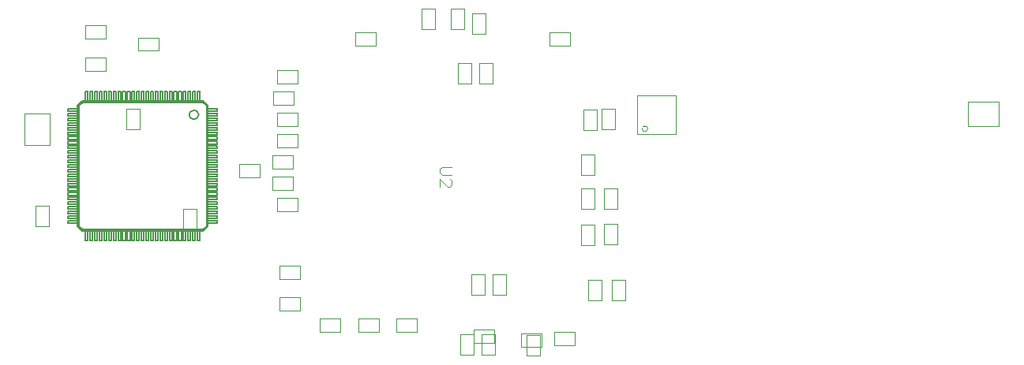
<source format=gbr>
G04 Layer_Color=16711935*
%FSLAX25Y25*%
%MOIN*%
%TF.FileFunction,Mechanical*%
%TF.Part,Single*%
G01*
G75*
%TA.AperFunction,NonConductor*%
%ADD38C,0.00500*%
%ADD62C,0.00394*%
%ADD63C,0.00300*%
D38*
X77756Y144917D02*
G03*
X77716Y144957I-39J-0D01*
G01*
X76732D02*
G03*
X76693Y144917I-0J-39D01*
G01*
X88996Y120803D02*
G03*
X89035Y120843I-0J39D01*
G01*
Y121827D02*
G03*
X88996Y121866I-39J0D01*
G01*
Y99150D02*
G03*
X89035Y99189I0J39D01*
G01*
Y100173D02*
G03*
X88996Y100213I-39J0D01*
G01*
X37323Y82004D02*
G03*
X37362Y81965I39J0D01*
G01*
X38346D02*
G03*
X38386Y82004I-0J39D01*
G01*
X49134D02*
G03*
X49173Y81965I39J-0D01*
G01*
X50157D02*
G03*
X50197Y82004I-0J39D01*
G01*
X70787D02*
G03*
X70827Y81965I39J0D01*
G01*
X71811D02*
G03*
X71850Y82004I0J39D01*
G01*
X26083Y106118D02*
G03*
X26043Y106079I0J-39D01*
G01*
Y105095D02*
G03*
X26083Y105055I39J0D01*
G01*
Y127772D02*
G03*
X26043Y127732I0J-39D01*
G01*
Y126748D02*
G03*
X26083Y126709I39J0D01*
G01*
X44291Y144917D02*
G03*
X44252Y144957I-39J0D01*
G01*
X43268D02*
G03*
X43228Y144917I-0J-39D01*
G01*
X65945D02*
G03*
X65905Y144957I-39J-0D01*
G01*
X64921D02*
G03*
X64882Y144917I-0J-39D01*
G01*
X88996Y132614D02*
G03*
X89035Y132654I-0J39D01*
G01*
Y133638D02*
G03*
X88996Y133677I-39J0D01*
G01*
Y110961D02*
G03*
X89035Y111000I-0J39D01*
G01*
Y111984D02*
G03*
X88996Y112024I-39J0D01*
G01*
Y89307D02*
G03*
X89035Y89346I-0J39D01*
G01*
Y90331D02*
G03*
X88996Y90370I-39J0D01*
G01*
X26083Y94307D02*
G03*
X26043Y94268I-0J-39D01*
G01*
Y93283D02*
G03*
X26083Y93244I39J0D01*
G01*
X60945Y82004D02*
G03*
X60984Y81965I39J0D01*
G01*
X61968D02*
G03*
X62008Y82004I0J39D01*
G01*
X26083Y115961D02*
G03*
X26043Y115921I0J-39D01*
G01*
Y114937D02*
G03*
X26083Y114898I39J0D01*
G01*
Y137614D02*
G03*
X26043Y137575I-0J-39D01*
G01*
Y136591D02*
G03*
X26083Y136551I39J0D01*
G01*
X54134Y144917D02*
G03*
X54094Y144957I-39J-0D01*
G01*
X53110D02*
G03*
X53071Y144917I0J-39D01*
G01*
X75787D02*
G03*
X75748Y144957I-39J-0D01*
G01*
X74764D02*
G03*
X74724Y144917I-0J-39D01*
G01*
X88996Y122772D02*
G03*
X89035Y122811I-0J39D01*
G01*
Y123795D02*
G03*
X88996Y123835I-39J0D01*
G01*
Y101118D02*
G03*
X89035Y101157I0J39D01*
G01*
Y102142D02*
G03*
X88996Y102181I-39J0D01*
G01*
X39291Y82004D02*
G03*
X39331Y81965I39J0D01*
G01*
X40315D02*
G03*
X40354Y82004I-0J39D01*
G01*
X51102D02*
G03*
X51142Y81965I39J-0D01*
G01*
X52126D02*
G03*
X52165Y82004I0J39D01*
G01*
X72756D02*
G03*
X72795Y81965I39J0D01*
G01*
X73779D02*
G03*
X73819Y82004I0J39D01*
G01*
X26083Y104150D02*
G03*
X26043Y104110I0J-39D01*
G01*
Y103126D02*
G03*
X26083Y103087I39J0D01*
G01*
Y125803D02*
G03*
X26043Y125764I0J-39D01*
G01*
Y124780D02*
G03*
X26083Y124740I39J0D01*
G01*
X42323Y144917D02*
G03*
X42283Y144957I-39J0D01*
G01*
X41299D02*
G03*
X41260Y144917I-0J-39D01*
G01*
X63976D02*
G03*
X63937Y144957I-39J-0D01*
G01*
X62953D02*
G03*
X62913Y144917I-0J-39D01*
G01*
X88996Y134583D02*
G03*
X89035Y134622I-0J39D01*
G01*
Y135606D02*
G03*
X88996Y135646I-39J0D01*
G01*
Y112929D02*
G03*
X89035Y112969I-0J39D01*
G01*
Y113953D02*
G03*
X88996Y113992I-39J0D01*
G01*
Y91276D02*
G03*
X89035Y91315I-0J39D01*
G01*
Y92299D02*
G03*
X88996Y92339I-39J0D01*
G01*
X26083D02*
G03*
X26043Y92299I-0J-39D01*
G01*
Y91315D02*
G03*
X26083Y91276I39J0D01*
G01*
X62913Y82004D02*
G03*
X62953Y81965I39J0D01*
G01*
X63937D02*
G03*
X63976Y82004I0J39D01*
G01*
X26083Y113992D02*
G03*
X26043Y113953I0J-39D01*
G01*
Y112969D02*
G03*
X26083Y112929I39J0D01*
G01*
Y135646D02*
G03*
X26043Y135606I-0J-39D01*
G01*
Y134622D02*
G03*
X26083Y134583I39J0D01*
G01*
X52165Y144917D02*
G03*
X52126Y144957I-39J-0D01*
G01*
X51142D02*
G03*
X51102Y144917I0J-39D01*
G01*
X73819D02*
G03*
X73779Y144957I-39J-0D01*
G01*
X72795D02*
G03*
X72756Y144917I-0J-39D01*
G01*
X88996Y124740D02*
G03*
X89035Y124780I-0J39D01*
G01*
Y125764D02*
G03*
X88996Y125803I-39J0D01*
G01*
Y103087D02*
G03*
X89035Y103126I0J39D01*
G01*
Y104110D02*
G03*
X88996Y104150I-39J0D01*
G01*
X41260Y82004D02*
G03*
X41299Y81965I39J0D01*
G01*
X42283D02*
G03*
X42323Y82004I-0J39D01*
G01*
X53071D02*
G03*
X53110Y81965I39J-0D01*
G01*
X54094D02*
G03*
X54134Y82004I0J39D01*
G01*
X74724D02*
G03*
X74764Y81965I39J0D01*
G01*
X75748D02*
G03*
X75787Y82004I0J39D01*
G01*
X26083Y102181D02*
G03*
X26043Y102142I0J-39D01*
G01*
Y101157D02*
G03*
X26083Y101118I39J0D01*
G01*
Y123835D02*
G03*
X26043Y123795I0J-39D01*
G01*
Y122811D02*
G03*
X26083Y122772I39J0D01*
G01*
X40354Y144917D02*
G03*
X40315Y144957I-39J0D01*
G01*
X39331D02*
G03*
X39291Y144917I-0J-39D01*
G01*
X62008D02*
G03*
X61968Y144957I-39J-0D01*
G01*
X60984D02*
G03*
X60945Y144917I-0J-39D01*
G01*
X88996Y136551D02*
G03*
X89035Y136591I-0J39D01*
G01*
Y137575D02*
G03*
X88996Y137614I-39J0D01*
G01*
Y114898D02*
G03*
X89035Y114937I-0J39D01*
G01*
Y115921D02*
G03*
X88996Y115961I-39J0D01*
G01*
Y93244D02*
G03*
X89035Y93283I-0J39D01*
G01*
Y94268D02*
G03*
X88996Y94307I-39J0D01*
G01*
X26083Y90370D02*
G03*
X26043Y90331I-0J-39D01*
G01*
Y89346D02*
G03*
X26083Y89307I39J0D01*
G01*
X64882Y82004D02*
G03*
X64921Y81965I39J0D01*
G01*
X65905D02*
G03*
X65945Y82004I0J39D01*
G01*
X26083Y112024D02*
G03*
X26043Y111984I0J-39D01*
G01*
Y111000D02*
G03*
X26083Y110961I39J0D01*
G01*
X56102Y144917D02*
G03*
X56063Y144957I-39J-0D01*
G01*
X55079D02*
G03*
X55039Y144917I0J-39D01*
G01*
X26083Y133677D02*
G03*
X26043Y133638I0J-39D01*
G01*
Y132654D02*
G03*
X26083Y132614I39J0D01*
G01*
X50197Y144917D02*
G03*
X50157Y144957I-39J0D01*
G01*
X49173D02*
G03*
X49134Y144917I0J-39D01*
G01*
X71850D02*
G03*
X71811Y144957I-39J-0D01*
G01*
X70827D02*
G03*
X70787Y144917I-0J-39D01*
G01*
X88996Y126709D02*
G03*
X89035Y126748I-0J39D01*
G01*
Y127732D02*
G03*
X88996Y127772I-39J0D01*
G01*
Y105055D02*
G03*
X89035Y105095I0J39D01*
G01*
Y106079D02*
G03*
X88996Y106118I-39J0D01*
G01*
X43228Y82004D02*
G03*
X43268Y81965I39J0D01*
G01*
X44252D02*
G03*
X44291Y82004I-0J39D01*
G01*
X55039D02*
G03*
X55079Y81965I39J-0D01*
G01*
X56063D02*
G03*
X56102Y82004I0J39D01*
G01*
X76693D02*
G03*
X76732Y81965I39J0D01*
G01*
X77716D02*
G03*
X77756Y82004I0J39D01*
G01*
X26083Y100213D02*
G03*
X26043Y100173I0J-39D01*
G01*
Y99189D02*
G03*
X26083Y99150I39J0D01*
G01*
Y121866D02*
G03*
X26043Y121827I0J-39D01*
G01*
Y120843D02*
G03*
X26083Y120803I39J0D01*
G01*
X38386Y144917D02*
G03*
X38346Y144957I-39J0D01*
G01*
X37362D02*
G03*
X37323Y144917I-0J-39D01*
G01*
X60039D02*
G03*
X60000Y144957I-39J-0D01*
G01*
X59016D02*
G03*
X58976Y144917I0J-39D01*
G01*
X81693D02*
G03*
X81653Y144957I-39J-0D01*
G01*
X80669D02*
G03*
X80630Y144917I-0J-39D01*
G01*
X88996Y116866D02*
G03*
X89035Y116906I-0J39D01*
G01*
Y117890D02*
G03*
X88996Y117929I-39J0D01*
G01*
Y95213D02*
G03*
X89035Y95252I0J39D01*
G01*
Y96236D02*
G03*
X88996Y96276I-39J0D01*
G01*
X33386Y82004D02*
G03*
X33425Y81965I39J0D01*
G01*
X34409D02*
G03*
X34449Y82004I0J39D01*
G01*
X66850D02*
G03*
X66890Y81965I39J0D01*
G01*
X67874D02*
G03*
X67913Y82004I0J39D01*
G01*
X26083Y110055D02*
G03*
X26043Y110016I0J-39D01*
G01*
Y109031D02*
G03*
X26083Y108992I39J0D01*
G01*
Y131709D02*
G03*
X26043Y131669I0J-39D01*
G01*
Y130685D02*
G03*
X26083Y130646I39J0D01*
G01*
X48228Y144917D02*
G03*
X48189Y144957I-39J0D01*
G01*
X47205D02*
G03*
X47165Y144917I0J-39D01*
G01*
X69882D02*
G03*
X69842Y144957I-39J-0D01*
G01*
X68858D02*
G03*
X68819Y144917I-0J-39D01*
G01*
X88996Y128677D02*
G03*
X89035Y128717I-0J39D01*
G01*
Y129701D02*
G03*
X88996Y129740I-39J0D01*
G01*
Y107024D02*
G03*
X89035Y107063I0J39D01*
G01*
Y108047D02*
G03*
X88996Y108087I-39J0D01*
G01*
X45197Y82004D02*
G03*
X45236Y81965I39J0D01*
G01*
X46220D02*
G03*
X46260Y82004I-0J39D01*
G01*
X78661D02*
G03*
X78701Y81965I39J0D01*
G01*
X79685D02*
G03*
X79724Y82004I0J39D01*
G01*
X26083Y98244D02*
G03*
X26043Y98205I-0J-39D01*
G01*
Y97220D02*
G03*
X26083Y97181I39J0D01*
G01*
X57008Y82004D02*
G03*
X57047Y81965I39J-0D01*
G01*
X58031D02*
G03*
X58071Y82004I0J39D01*
G01*
X26083Y119898D02*
G03*
X26043Y119858I0J-39D01*
G01*
Y118874D02*
G03*
X26083Y118835I39J0D01*
G01*
X36417Y144917D02*
G03*
X36378Y144957I-39J0D01*
G01*
X35394D02*
G03*
X35354Y144917I-0J-39D01*
G01*
X58071D02*
G03*
X58031Y144957I-39J-0D01*
G01*
X57047D02*
G03*
X57008Y144917I0J-39D01*
G01*
X79724D02*
G03*
X79685Y144957I-39J-0D01*
G01*
X78701D02*
G03*
X78661Y144917I-0J-39D01*
G01*
X88996Y118835D02*
G03*
X89035Y118874I-0J39D01*
G01*
Y119858D02*
G03*
X88996Y119898I-39J0D01*
G01*
Y97181D02*
G03*
X89035Y97220I0J39D01*
G01*
Y98205D02*
G03*
X88996Y98244I-39J0D01*
G01*
X35354Y82004D02*
G03*
X35394Y81965I39J0D01*
G01*
X36378D02*
G03*
X36417Y82004I-0J39D01*
G01*
X47165D02*
G03*
X47205Y81965I39J-0D01*
G01*
X48189D02*
G03*
X48228Y82004I-0J39D01*
G01*
X68819D02*
G03*
X68858Y81965I39J0D01*
G01*
X69842D02*
G03*
X69882Y82004I0J39D01*
G01*
X26083Y108087D02*
G03*
X26043Y108047I0J-39D01*
G01*
Y107063D02*
G03*
X26083Y107024I39J0D01*
G01*
Y129740D02*
G03*
X26043Y129701I0J-39D01*
G01*
Y128717D02*
G03*
X26083Y128677I39J0D01*
G01*
X46260Y144917D02*
G03*
X46220Y144957I-39J0D01*
G01*
X45236D02*
G03*
X45197Y144917I-0J-39D01*
G01*
X67913D02*
G03*
X67874Y144957I-39J-0D01*
G01*
X66890D02*
G03*
X66850Y144917I-0J-39D01*
G01*
X88996Y130646D02*
G03*
X89035Y130685I-0J39D01*
G01*
Y131669D02*
G03*
X88996Y131709I-39J0D01*
G01*
Y108992D02*
G03*
X89035Y109031I0J39D01*
G01*
Y110016D02*
G03*
X88996Y110055I-39J0D01*
G01*
X80630Y82004D02*
G03*
X80669Y81965I39J0D01*
G01*
X81653D02*
G03*
X81693Y82004I0J39D01*
G01*
X26083Y96276D02*
G03*
X26043Y96236I-0J-39D01*
G01*
Y95252D02*
G03*
X26083Y95213I39J0D01*
G01*
X58976Y82004D02*
G03*
X59016Y81965I39J-0D01*
G01*
X60000D02*
G03*
X60039Y82004I0J39D01*
G01*
X26083Y117929D02*
G03*
X26043Y117890I0J-39D01*
G01*
Y116906D02*
G03*
X26083Y116866I39J0D01*
G01*
X34449Y144917D02*
G03*
X34409Y144957I-39J-0D01*
G01*
X33425D02*
G03*
X33386Y144917I-0J-39D01*
G01*
X79193Y133146D02*
G03*
X79193Y137083I0J1969D01*
G01*
D02*
G03*
X79193Y133146I0J-1969D01*
G01*
X76693Y142532D02*
Y143096D01*
Y141810D02*
Y142532D01*
Y141020D02*
Y141810D01*
X76732Y144957D02*
X77716D01*
X77756Y141810D02*
Y142532D01*
Y143487D02*
Y144917D01*
Y142532D02*
Y143096D01*
X76693D02*
Y143487D01*
Y144917D01*
X77756Y143096D02*
Y143487D01*
Y141020D02*
Y141810D01*
X86611Y121866D02*
X87174D01*
X85888D02*
X86611D01*
X85098D02*
X85888D01*
X89035Y120843D02*
Y121827D01*
X85888Y120803D02*
X86611D01*
X87566D02*
X88996D01*
X86611D02*
X87174D01*
Y121866D02*
X87566D01*
X88996D01*
X87174Y120803D02*
X87566D01*
X85098D02*
X85888D01*
X86611Y100213D02*
X87174D01*
X85888D02*
X86611D01*
X85098D02*
X85888D01*
X89035Y99189D02*
Y100173D01*
X85888Y99150D02*
X86611D01*
X87566D02*
X88996D01*
X86611D02*
X87174D01*
Y100213D02*
X87566D01*
X88996D01*
X87174Y99150D02*
X87566D01*
X85098D02*
X85888D01*
X38386Y83826D02*
Y84390D01*
Y85112D01*
Y85902D01*
X37362Y81965D02*
X38346D01*
X37323Y84390D02*
Y85112D01*
Y82004D02*
Y83434D01*
Y83826D02*
Y84390D01*
X38386Y83434D02*
Y83826D01*
Y82004D02*
Y83434D01*
X37323D02*
Y83826D01*
Y85112D02*
Y85902D01*
X50197Y83826D02*
Y84390D01*
Y85112D01*
Y85902D01*
X49173Y81965D02*
X50157D01*
X49134Y84390D02*
Y85112D01*
Y82004D02*
Y83434D01*
Y83826D02*
Y84390D01*
X50197Y83434D02*
Y83826D01*
Y82004D02*
Y83434D01*
X49134D02*
Y83826D01*
Y85112D02*
Y85902D01*
X71850Y83826D02*
Y84390D01*
Y85112D01*
Y85902D01*
X70827Y81965D02*
X71811D01*
X70787Y84390D02*
Y85112D01*
Y82004D02*
Y83434D01*
Y83826D02*
Y84390D01*
X71850Y83434D02*
Y83826D01*
Y82004D02*
Y83434D01*
X70787D02*
Y83826D01*
Y85112D02*
Y85902D01*
X27904Y105055D02*
X28468D01*
X29190D01*
X29980D01*
X26043Y105095D02*
Y106079D01*
X28468Y106118D02*
X29190D01*
X26083D02*
X27513D01*
X27904D02*
X28468D01*
X27513Y105055D02*
X27904D01*
X26083D02*
X27513D01*
Y106118D02*
X27904D01*
X29190D02*
X29980D01*
X27904Y126709D02*
X28468D01*
X29190D01*
X29980D01*
X26043Y126748D02*
Y127732D01*
X28468Y127772D02*
X29190D01*
X26083D02*
X27513D01*
X27904D02*
X28468D01*
X27513Y126709D02*
X27904D01*
X26083D02*
X27513D01*
Y127772D02*
X27904D01*
X29190D02*
X29980D01*
X43228Y142532D02*
Y143096D01*
Y141810D02*
Y142532D01*
Y141020D02*
Y141810D01*
X43268Y144957D02*
X44252D01*
X44291Y141810D02*
Y142532D01*
Y143487D02*
Y144917D01*
Y142532D02*
Y143096D01*
X43228D02*
Y143487D01*
Y144917D01*
X44291Y143096D02*
Y143487D01*
Y141020D02*
Y141810D01*
X64882Y142532D02*
Y143096D01*
Y141810D02*
Y142532D01*
Y141020D02*
Y141810D01*
X64921Y144957D02*
X65905D01*
X65945Y141810D02*
Y142532D01*
Y143487D02*
Y144917D01*
Y142532D02*
Y143096D01*
X64882D02*
Y143487D01*
Y144917D01*
X65945Y143096D02*
Y143487D01*
Y141020D02*
Y141810D01*
X86611Y133677D02*
X87174D01*
X85888D02*
X86611D01*
X85098D02*
X85888D01*
X89035Y132654D02*
Y133638D01*
X85888Y132614D02*
X86611D01*
X87566D02*
X88996D01*
X86611D02*
X87174D01*
Y133677D02*
X87566D01*
X88996D01*
X87174Y132614D02*
X87566D01*
X85098D02*
X85888D01*
X86611Y112024D02*
X87174D01*
X85888D02*
X86611D01*
X85098D02*
X85888D01*
X89035Y111000D02*
Y111984D01*
X85888Y110961D02*
X86611D01*
X87566D02*
X88996D01*
X86611D02*
X87174D01*
Y112024D02*
X87566D01*
X88996D01*
X87174Y110961D02*
X87566D01*
X85098D02*
X85888D01*
X86611Y90370D02*
X87174D01*
X85888D02*
X86611D01*
X85098D02*
X85888D01*
X89035Y89346D02*
Y90331D01*
X85888Y89307D02*
X86611D01*
X87566D02*
X88996D01*
X86611D02*
X87174D01*
Y90370D02*
X87566D01*
X88996D01*
X87174Y89307D02*
X87566D01*
X85098D02*
X85888D01*
X27904Y93244D02*
X28468D01*
X29190D01*
X29980D01*
X26043Y93283D02*
Y94268D01*
X28468Y94307D02*
X29190D01*
X26083D02*
X27513D01*
X27904D02*
X28468D01*
X27513Y93244D02*
X27904D01*
X26083D02*
X27513D01*
Y94307D02*
X27904D01*
X29190D02*
X29980D01*
X62008Y83826D02*
Y84390D01*
Y85112D01*
Y85902D01*
X60984Y81965D02*
X61968D01*
X60945Y84390D02*
Y85112D01*
Y82004D02*
Y83434D01*
Y83826D02*
Y84390D01*
X62008Y83434D02*
Y83826D01*
Y82004D02*
Y83434D01*
X60945D02*
Y83826D01*
Y85112D02*
Y85902D01*
X27904Y114898D02*
X28468D01*
X29190D01*
X29980D01*
X26043Y114937D02*
Y115921D01*
X28468Y115961D02*
X29190D01*
X26083D02*
X27513D01*
X27904D02*
X28468D01*
X27513Y114898D02*
X27904D01*
X26083D02*
X27513D01*
Y115961D02*
X27904D01*
X29190D02*
X29980D01*
X27904Y136551D02*
X28468D01*
X29190D01*
X29980D01*
X26043Y136591D02*
Y137575D01*
X28468Y137614D02*
X29190D01*
X26083D02*
X27513D01*
X27904D02*
X28468D01*
X27513Y136551D02*
X27904D01*
X26083D02*
X27513D01*
Y137614D02*
X27904D01*
X29190D02*
X29980D01*
X53071Y142532D02*
Y143096D01*
Y141810D02*
Y142532D01*
Y141020D02*
Y141810D01*
X53110Y144957D02*
X54094D01*
X54134Y141810D02*
Y142532D01*
Y143487D02*
Y144917D01*
Y142532D02*
Y143096D01*
X53071D02*
Y143487D01*
Y144917D01*
X54134Y143096D02*
Y143487D01*
Y141020D02*
Y141810D01*
X74724Y142532D02*
Y143096D01*
Y141810D02*
Y142532D01*
Y141020D02*
Y141810D01*
X74764Y144957D02*
X75748D01*
X75787Y141810D02*
Y142532D01*
Y143487D02*
Y144917D01*
Y142532D02*
Y143096D01*
X74724D02*
Y143487D01*
Y144917D01*
X75787Y143096D02*
Y143487D01*
Y141020D02*
Y141810D01*
X86611Y123835D02*
X87174D01*
X85888D02*
X86611D01*
X85098D02*
X85888D01*
X89035Y122811D02*
Y123795D01*
X85888Y122772D02*
X86611D01*
X87566D02*
X88996D01*
X86611D02*
X87174D01*
Y123835D02*
X87566D01*
X88996D01*
X87174Y122772D02*
X87566D01*
X85098D02*
X85888D01*
X86611Y102181D02*
X87174D01*
X85888D02*
X86611D01*
X85098D02*
X85888D01*
X89035Y101157D02*
Y102142D01*
X85888Y101118D02*
X86611D01*
X87566D02*
X88996D01*
X86611D02*
X87174D01*
Y102181D02*
X87566D01*
X88996D01*
X87174Y101118D02*
X87566D01*
X85098D02*
X85888D01*
X40354Y83826D02*
Y84390D01*
Y85112D01*
Y85902D01*
X39331Y81965D02*
X40315D01*
X39291Y84390D02*
Y85112D01*
Y82004D02*
Y83434D01*
Y83826D02*
Y84390D01*
X40354Y83434D02*
Y83826D01*
Y82004D02*
Y83434D01*
X39291D02*
Y83826D01*
Y85112D02*
Y85902D01*
X52165Y83826D02*
Y84390D01*
Y85112D01*
Y85902D01*
X51142Y81965D02*
X52126D01*
X51102Y84390D02*
Y85112D01*
Y82004D02*
Y83434D01*
Y83826D02*
Y84390D01*
X52165Y83434D02*
Y83826D01*
Y82004D02*
Y83434D01*
X51102D02*
Y83826D01*
Y85112D02*
Y85902D01*
X73819Y83826D02*
Y84390D01*
Y85112D01*
Y85902D01*
X72795Y81965D02*
X73779D01*
X72756Y84390D02*
Y85112D01*
Y82004D02*
Y83434D01*
Y83826D02*
Y84390D01*
X73819Y83434D02*
Y83826D01*
Y82004D02*
Y83434D01*
X72756D02*
Y83826D01*
Y85112D02*
Y85902D01*
X27904Y103087D02*
X28468D01*
X29190D01*
X29980D01*
X26043Y103126D02*
Y104110D01*
X28468Y104150D02*
X29190D01*
X26083D02*
X27513D01*
X27904D02*
X28468D01*
X27513Y103087D02*
X27904D01*
X26083D02*
X27513D01*
Y104150D02*
X27904D01*
X29190D02*
X29980D01*
X27904Y124740D02*
X28468D01*
X29190D01*
X29980D01*
X26043Y124780D02*
Y125764D01*
X28468Y125803D02*
X29190D01*
X26083D02*
X27513D01*
X27904D02*
X28468D01*
X27513Y124740D02*
X27904D01*
X26083D02*
X27513D01*
Y125803D02*
X27904D01*
X29190D02*
X29980D01*
X41260Y142532D02*
Y143096D01*
Y141810D02*
Y142532D01*
Y141020D02*
Y141810D01*
X41299Y144957D02*
X42283D01*
X42323Y141810D02*
Y142532D01*
Y143487D02*
Y144917D01*
Y142532D02*
Y143096D01*
X41260D02*
Y143487D01*
Y144917D01*
X42323Y143096D02*
Y143487D01*
Y141020D02*
Y141810D01*
X62913Y142532D02*
Y143096D01*
Y141810D02*
Y142532D01*
Y141020D02*
Y141810D01*
X62953Y144957D02*
X63937D01*
X63976Y141810D02*
Y142532D01*
Y143487D02*
Y144917D01*
Y142532D02*
Y143096D01*
X62913D02*
Y143487D01*
Y144917D01*
X63976Y143096D02*
Y143487D01*
Y141020D02*
Y141810D01*
X86611Y135646D02*
X87174D01*
X85888D02*
X86611D01*
X85098D02*
X85888D01*
X89035Y134622D02*
Y135606D01*
X85888Y134583D02*
X86611D01*
X87566D02*
X88996D01*
X86611D02*
X87174D01*
Y135646D02*
X87566D01*
X88996D01*
X87174Y134583D02*
X87566D01*
X85098D02*
X85888D01*
X86611Y113992D02*
X87174D01*
X85888D02*
X86611D01*
X85098D02*
X85888D01*
X89035Y112969D02*
Y113953D01*
X85888Y112929D02*
X86611D01*
X87566D02*
X88996D01*
X86611D02*
X87174D01*
Y113992D02*
X87566D01*
X88996D01*
X87174Y112929D02*
X87566D01*
X85098D02*
X85888D01*
X86611Y92339D02*
X87174D01*
X85888D02*
X86611D01*
X85098D02*
X85888D01*
X89035Y91315D02*
Y92299D01*
X85888Y91276D02*
X86611D01*
X87566D02*
X88996D01*
X86611D02*
X87174D01*
Y92339D02*
X87566D01*
X88996D01*
X87174Y91276D02*
X87566D01*
X85098D02*
X85888D01*
X27904D02*
X28468D01*
X29190D01*
X29980D01*
X26043Y91315D02*
Y92299D01*
X28468Y92339D02*
X29190D01*
X26083D02*
X27513D01*
X27904D02*
X28468D01*
X27513Y91276D02*
X27904D01*
X26083D02*
X27513D01*
Y92339D02*
X27904D01*
X29190D02*
X29980D01*
X63976Y83826D02*
Y84390D01*
Y85112D01*
Y85902D01*
X62953Y81965D02*
X63937D01*
X62913Y84390D02*
Y85112D01*
Y82004D02*
Y83434D01*
Y83826D02*
Y84390D01*
X63976Y83434D02*
Y83826D01*
Y82004D02*
Y83434D01*
X62913D02*
Y83826D01*
Y85112D02*
Y85902D01*
X27904Y112929D02*
X28468D01*
X29190D01*
X29980D01*
X26043Y112969D02*
Y113953D01*
X28468Y113992D02*
X29190D01*
X26083D02*
X27513D01*
X27904D02*
X28468D01*
X27513Y112929D02*
X27904D01*
X26083D02*
X27513D01*
Y113992D02*
X27904D01*
X29190D02*
X29980D01*
X27904Y134583D02*
X28468D01*
X29190D01*
X29980D01*
X26043Y134622D02*
Y135606D01*
X28468Y135646D02*
X29190D01*
X26083D02*
X27513D01*
X27904D02*
X28468D01*
X27513Y134583D02*
X27904D01*
X26083D02*
X27513D01*
Y135646D02*
X27904D01*
X29190D02*
X29980D01*
X51102Y142532D02*
Y143096D01*
Y141810D02*
Y142532D01*
Y141020D02*
Y141810D01*
X51142Y144957D02*
X52126D01*
X52165Y141810D02*
Y142532D01*
Y143487D02*
Y144917D01*
Y142532D02*
Y143096D01*
X51102D02*
Y143487D01*
Y144917D01*
X52165Y143096D02*
Y143487D01*
Y141020D02*
Y141810D01*
X72756Y142532D02*
Y143096D01*
Y141810D02*
Y142532D01*
Y141020D02*
Y141810D01*
X72795Y144957D02*
X73779D01*
X73819Y141810D02*
Y142532D01*
Y143487D02*
Y144917D01*
Y142532D02*
Y143096D01*
X72756D02*
Y143487D01*
Y144917D01*
X73819Y143096D02*
Y143487D01*
Y141020D02*
Y141810D01*
X86611Y125803D02*
X87174D01*
X85888D02*
X86611D01*
X85098D02*
X85888D01*
X89035Y124780D02*
Y125764D01*
X85888Y124740D02*
X86611D01*
X87566D02*
X88996D01*
X86611D02*
X87174D01*
Y125803D02*
X87566D01*
X88996D01*
X87174Y124740D02*
X87566D01*
X85098D02*
X85888D01*
X86611Y104150D02*
X87174D01*
X85888D02*
X86611D01*
X85098D02*
X85888D01*
X89035Y103126D02*
Y104110D01*
X85888Y103087D02*
X86611D01*
X87566D02*
X88996D01*
X86611D02*
X87174D01*
Y104150D02*
X87566D01*
X88996D01*
X87174Y103087D02*
X87566D01*
X85098D02*
X85888D01*
X42323Y83826D02*
Y84390D01*
Y85112D01*
Y85902D01*
X41299Y81965D02*
X42283D01*
X41260Y84390D02*
Y85112D01*
Y82004D02*
Y83434D01*
Y83826D02*
Y84390D01*
X42323Y83434D02*
Y83826D01*
Y82004D02*
Y83434D01*
X41260D02*
Y83826D01*
Y85112D02*
Y85902D01*
X54134Y83826D02*
Y84390D01*
Y85112D01*
Y85902D01*
X53110Y81965D02*
X54094D01*
X53071Y84390D02*
Y85112D01*
Y82004D02*
Y83434D01*
Y83826D02*
Y84390D01*
X54134Y83434D02*
Y83826D01*
Y82004D02*
Y83434D01*
X53071D02*
Y83826D01*
Y85112D02*
Y85902D01*
X75787Y83826D02*
Y84390D01*
Y85112D01*
Y85902D01*
X74764Y81965D02*
X75748D01*
X74724Y84390D02*
Y85112D01*
Y82004D02*
Y83434D01*
Y83826D02*
Y84390D01*
X75787Y83434D02*
Y83826D01*
Y82004D02*
Y83434D01*
X74724D02*
Y83826D01*
Y85112D02*
Y85902D01*
X27904Y101118D02*
X28468D01*
X29190D01*
X29980D01*
X26043Y101157D02*
Y102142D01*
X28468Y102181D02*
X29190D01*
X26083D02*
X27513D01*
X27904D02*
X28468D01*
X27513Y101118D02*
X27904D01*
X26083D02*
X27513D01*
Y102181D02*
X27904D01*
X29190D02*
X29980D01*
X27904Y122772D02*
X28468D01*
X29190D01*
X29980D01*
X26043Y122811D02*
Y123795D01*
X28468Y123835D02*
X29190D01*
X26083D02*
X27513D01*
X27904D02*
X28468D01*
X27513Y122772D02*
X27904D01*
X26083D02*
X27513D01*
Y123835D02*
X27904D01*
X29190D02*
X29980D01*
X39291Y142532D02*
Y143096D01*
Y141810D02*
Y142532D01*
Y141020D02*
Y141810D01*
X39331Y144957D02*
X40315D01*
X40354Y141810D02*
Y142532D01*
Y143487D02*
Y144917D01*
Y142532D02*
Y143096D01*
X39291D02*
Y143487D01*
Y144917D01*
X40354Y143096D02*
Y143487D01*
Y141020D02*
Y141810D01*
X60945Y142532D02*
Y143096D01*
Y141810D02*
Y142532D01*
Y141020D02*
Y141810D01*
X60984Y144957D02*
X61968D01*
X62008Y141810D02*
Y142532D01*
Y143487D02*
Y144917D01*
Y142532D02*
Y143096D01*
X60945D02*
Y143487D01*
Y144917D01*
X62008Y143096D02*
Y143487D01*
Y141020D02*
Y141810D01*
X86611Y137614D02*
X87174D01*
X85888D02*
X86611D01*
X85098D02*
X85888D01*
X89035Y136591D02*
Y137575D01*
X85888Y136551D02*
X86611D01*
X87566D02*
X88996D01*
X86611D02*
X87174D01*
Y137614D02*
X87566D01*
X88996D01*
X87174Y136551D02*
X87566D01*
X85098D02*
X85888D01*
X86611Y115961D02*
X87174D01*
X85888D02*
X86611D01*
X85098D02*
X85888D01*
X89035Y114937D02*
Y115921D01*
X85888Y114898D02*
X86611D01*
X87566D02*
X88996D01*
X86611D02*
X87174D01*
Y115961D02*
X87566D01*
X88996D01*
X87174Y114898D02*
X87566D01*
X85098D02*
X85888D01*
X86611Y94307D02*
X87174D01*
X85888D02*
X86611D01*
X85098D02*
X85888D01*
X89035Y93283D02*
Y94268D01*
X85888Y93244D02*
X86611D01*
X87566D02*
X88996D01*
X86611D02*
X87174D01*
Y94307D02*
X87566D01*
X88996D01*
X87174Y93244D02*
X87566D01*
X85098D02*
X85888D01*
X27904Y89307D02*
X28468D01*
X29190D01*
X29980D01*
X26043Y89346D02*
Y90331D01*
X28468Y90370D02*
X29190D01*
X26083D02*
X27513D01*
X27904D02*
X28468D01*
X27513Y89307D02*
X27904D01*
X26083D02*
X27513D01*
Y90370D02*
X27904D01*
X29190D02*
X29980D01*
X65945Y83826D02*
Y84390D01*
Y85112D01*
Y85902D01*
X64921Y81965D02*
X65905D01*
X64882Y84390D02*
Y85112D01*
Y82004D02*
Y83434D01*
Y83826D02*
Y84390D01*
X65945Y83434D02*
Y83826D01*
Y82004D02*
Y83434D01*
X64882D02*
Y83826D01*
Y85112D02*
Y85902D01*
X27904Y110961D02*
X28468D01*
X29190D01*
X29980D01*
X26043Y111000D02*
Y111984D01*
X28468Y112024D02*
X29190D01*
X26083D02*
X27513D01*
X27904D02*
X28468D01*
X27513Y110961D02*
X27904D01*
X26083D02*
X27513D01*
Y112024D02*
X27904D01*
X29190D02*
X29980D01*
X55039Y142532D02*
Y143096D01*
Y141810D02*
Y142532D01*
Y141020D02*
Y141810D01*
X55079Y144957D02*
X56063D01*
X56102Y141810D02*
Y142532D01*
Y143487D02*
Y144917D01*
Y142532D02*
Y143096D01*
X55039D02*
Y143487D01*
Y144917D01*
X56102Y143096D02*
Y143487D01*
Y141020D02*
Y141810D01*
X27904Y132614D02*
X28468D01*
X29190D01*
X29980D01*
X26043Y132654D02*
Y133638D01*
X28468Y133677D02*
X29190D01*
X26083D02*
X27513D01*
X27904D02*
X28468D01*
X27513Y132614D02*
X27904D01*
X26083D02*
X27513D01*
Y133677D02*
X27904D01*
X29190D02*
X29980D01*
X49134Y142532D02*
Y143096D01*
Y141810D02*
Y142532D01*
Y141020D02*
Y141810D01*
X49173Y144957D02*
X50157D01*
X50197Y141810D02*
Y142532D01*
Y143487D02*
Y144917D01*
Y142532D02*
Y143096D01*
X49134D02*
Y143487D01*
Y144917D01*
X50197Y143096D02*
Y143487D01*
Y141020D02*
Y141810D01*
X70787Y142532D02*
Y143096D01*
Y141810D02*
Y142532D01*
Y141020D02*
Y141810D01*
X70827Y144957D02*
X71811D01*
X71850Y141810D02*
Y142532D01*
Y143487D02*
Y144917D01*
Y142532D02*
Y143096D01*
X70787D02*
Y143487D01*
Y144917D01*
X71850Y143096D02*
Y143487D01*
Y141020D02*
Y141810D01*
X86611Y127772D02*
X87174D01*
X85888D02*
X86611D01*
X85098D02*
X85888D01*
X89035Y126748D02*
Y127732D01*
X85888Y126709D02*
X86611D01*
X87566D02*
X88996D01*
X86611D02*
X87174D01*
Y127772D02*
X87566D01*
X88996D01*
X87174Y126709D02*
X87566D01*
X85098D02*
X85888D01*
X86611Y106118D02*
X87174D01*
X85888D02*
X86611D01*
X85098D02*
X85888D01*
X89035Y105095D02*
Y106079D01*
X85888Y105055D02*
X86611D01*
X87566D02*
X88996D01*
X86611D02*
X87174D01*
Y106118D02*
X87566D01*
X88996D01*
X87174Y105055D02*
X87566D01*
X85098D02*
X85888D01*
X44291Y83826D02*
Y84390D01*
Y85112D01*
Y85902D01*
X43268Y81965D02*
X44252D01*
X43228Y84390D02*
Y85112D01*
Y82004D02*
Y83434D01*
Y83826D02*
Y84390D01*
X44291Y83434D02*
Y83826D01*
Y82004D02*
Y83434D01*
X43228D02*
Y83826D01*
Y85112D02*
Y85902D01*
X56102Y83826D02*
Y84390D01*
Y85112D01*
Y85902D01*
X55079Y81965D02*
X56063D01*
X55039Y84390D02*
Y85112D01*
Y82004D02*
Y83434D01*
Y83826D02*
Y84390D01*
X56102Y83434D02*
Y83826D01*
Y82004D02*
Y83434D01*
X55039D02*
Y83826D01*
Y85112D02*
Y85902D01*
X77756Y83826D02*
Y84390D01*
Y85112D01*
Y85902D01*
X76732Y81965D02*
X77716D01*
X76693Y84390D02*
Y85112D01*
Y82004D02*
Y83434D01*
Y83826D02*
Y84390D01*
X77756Y83434D02*
Y83826D01*
Y82004D02*
Y83434D01*
X76693D02*
Y83826D01*
Y85112D02*
Y85902D01*
X27904Y99150D02*
X28468D01*
X29190D01*
X29980D01*
X26043Y99189D02*
Y100173D01*
X28468Y100213D02*
X29190D01*
X26083D02*
X27513D01*
X27904D02*
X28468D01*
X27513Y99150D02*
X27904D01*
X26083D02*
X27513D01*
Y100213D02*
X27904D01*
X29190D02*
X29980D01*
X27904Y120803D02*
X28468D01*
X29190D01*
X29980D01*
X26043Y120843D02*
Y121827D01*
X28468Y121866D02*
X29190D01*
X26083D02*
X27513D01*
X27904D02*
X28468D01*
X27513Y120803D02*
X27904D01*
X26083D02*
X27513D01*
Y121866D02*
X27904D01*
X29190D02*
X29980D01*
X37323Y142532D02*
Y143096D01*
Y141810D02*
Y142532D01*
Y141020D02*
Y141810D01*
X37362Y144957D02*
X38346D01*
X38386Y141810D02*
Y142532D01*
Y143487D02*
Y144917D01*
Y142532D02*
Y143096D01*
X37323D02*
Y143487D01*
Y144917D01*
X38386Y143096D02*
Y143487D01*
Y141020D02*
Y141810D01*
X58976Y142532D02*
Y143096D01*
Y141810D02*
Y142532D01*
Y141020D02*
Y141810D01*
X59016Y144957D02*
X60000D01*
X60039Y141810D02*
Y142532D01*
Y143487D02*
Y144917D01*
Y142532D02*
Y143096D01*
X58976D02*
Y143487D01*
Y144917D01*
X60039Y143096D02*
Y143487D01*
Y141020D02*
Y141810D01*
X80630Y142532D02*
Y143096D01*
Y141810D02*
Y142532D01*
Y141020D02*
Y141810D01*
X80669Y144957D02*
X81653D01*
X81693Y141810D02*
Y142532D01*
Y143487D02*
Y144917D01*
Y142532D02*
Y143096D01*
X80630D02*
Y143487D01*
Y144917D01*
X81693Y143096D02*
Y143487D01*
Y141020D02*
Y141810D01*
X86611Y117929D02*
X87174D01*
X85888D02*
X86611D01*
X85098D02*
X85888D01*
X89035Y116906D02*
Y117890D01*
X85888Y116866D02*
X86611D01*
X87566D02*
X88996D01*
X86611D02*
X87174D01*
Y117929D02*
X87566D01*
X88996D01*
X87174Y116866D02*
X87566D01*
X85098D02*
X85888D01*
X86611Y96276D02*
X87174D01*
X85888D02*
X86611D01*
X85098D02*
X85888D01*
X89035Y95252D02*
Y96236D01*
X85888Y95213D02*
X86611D01*
X87566D02*
X88996D01*
X86611D02*
X87174D01*
Y96276D02*
X87566D01*
X88996D01*
X87174Y95213D02*
X87566D01*
X85098D02*
X85888D01*
X34449Y83826D02*
Y84390D01*
Y85112D01*
Y85902D01*
X33425Y81965D02*
X34409D01*
X33386Y84390D02*
Y85112D01*
Y82004D02*
Y83434D01*
Y83826D02*
Y84390D01*
X34449Y83434D02*
Y83826D01*
Y82004D02*
Y83434D01*
X33386D02*
Y83826D01*
Y85112D02*
Y85902D01*
X67913Y83826D02*
Y84390D01*
Y85112D01*
Y85902D01*
X66890Y81965D02*
X67874D01*
X66850Y84390D02*
Y85112D01*
Y82004D02*
Y83434D01*
Y83826D02*
Y84390D01*
X67913Y83434D02*
Y83826D01*
Y82004D02*
Y83434D01*
X66850D02*
Y83826D01*
Y85112D02*
Y85902D01*
X27904Y108992D02*
X28468D01*
X29190D01*
X29980D01*
X26043Y109031D02*
Y110016D01*
X28468Y110055D02*
X29190D01*
X26083D02*
X27513D01*
X27904D02*
X28468D01*
X27513Y108992D02*
X27904D01*
X26083D02*
X27513D01*
Y110055D02*
X27904D01*
X29190D02*
X29980D01*
X27904Y130646D02*
X28468D01*
X29190D01*
X29980D01*
X26043Y130685D02*
Y131669D01*
X28468Y131709D02*
X29190D01*
X26083D02*
X27513D01*
X27904D02*
X28468D01*
X27513Y130646D02*
X27904D01*
X26083D02*
X27513D01*
Y131709D02*
X27904D01*
X29190D02*
X29980D01*
X47165Y142532D02*
Y143096D01*
Y141810D02*
Y142532D01*
Y141020D02*
Y141810D01*
X47205Y144957D02*
X48189D01*
X48228Y141810D02*
Y142532D01*
Y143487D02*
Y144917D01*
Y142532D02*
Y143096D01*
X47165D02*
Y143487D01*
Y144917D01*
X48228Y143096D02*
Y143487D01*
Y141020D02*
Y141810D01*
X68819Y142532D02*
Y143096D01*
Y141810D02*
Y142532D01*
Y141020D02*
Y141810D01*
X68858Y144957D02*
X69842D01*
X69882Y141810D02*
Y142532D01*
Y143487D02*
Y144917D01*
Y142532D02*
Y143096D01*
X68819D02*
Y143487D01*
Y144917D01*
X69882Y143096D02*
Y143487D01*
Y141020D02*
Y141810D01*
X86611Y129740D02*
X87174D01*
X85888D02*
X86611D01*
X85098D02*
X85888D01*
X89035Y128717D02*
Y129701D01*
X85888Y128677D02*
X86611D01*
X87566D02*
X88996D01*
X86611D02*
X87174D01*
Y129740D02*
X87566D01*
X88996D01*
X87174Y128677D02*
X87566D01*
X85098D02*
X85888D01*
X86611Y108087D02*
X87174D01*
X85888D02*
X86611D01*
X85098D02*
X85888D01*
X89035Y107063D02*
Y108047D01*
X85888Y107024D02*
X86611D01*
X87566D02*
X88996D01*
X86611D02*
X87174D01*
Y108087D02*
X87566D01*
X88996D01*
X87174Y107024D02*
X87566D01*
X85098D02*
X85888D01*
X46260Y83826D02*
Y84390D01*
Y85112D01*
Y85902D01*
X45236Y81965D02*
X46220D01*
X45197Y84390D02*
Y85112D01*
Y82004D02*
Y83434D01*
Y83826D02*
Y84390D01*
X46260Y83434D02*
Y83826D01*
Y82004D02*
Y83434D01*
X45197D02*
Y83826D01*
Y85112D02*
Y85902D01*
X79724Y83826D02*
Y84390D01*
Y85112D01*
Y85902D01*
X78701Y81965D02*
X79685D01*
X78661Y84390D02*
Y85112D01*
Y82004D02*
Y83434D01*
Y83826D02*
Y84390D01*
X79724Y83434D02*
Y83826D01*
Y82004D02*
Y83434D01*
X78661D02*
Y83826D01*
Y85112D02*
Y85902D01*
X27904Y97181D02*
X28468D01*
X29190D01*
X29980D01*
X26043Y97220D02*
Y98205D01*
X28468Y98244D02*
X29190D01*
X26083D02*
X27513D01*
X27904D02*
X28468D01*
X27513Y97181D02*
X27904D01*
X26083D02*
X27513D01*
Y98244D02*
X27904D01*
X29190D02*
X29980D01*
X58071Y83826D02*
Y84390D01*
Y85112D01*
Y85902D01*
X57047Y81965D02*
X58031D01*
X57008Y84390D02*
Y85112D01*
Y82004D02*
Y83434D01*
Y83826D02*
Y84390D01*
X58071Y83434D02*
Y83826D01*
Y82004D02*
Y83434D01*
X57008D02*
Y83826D01*
Y85112D02*
Y85902D01*
X27904Y118835D02*
X28468D01*
X29190D01*
X29980D01*
X26043Y118874D02*
Y119858D01*
X28468Y119898D02*
X29190D01*
X26083D02*
X27513D01*
X27904D02*
X28468D01*
X27513Y118835D02*
X27904D01*
X26083D02*
X27513D01*
Y119898D02*
X27904D01*
X29190D02*
X29980D01*
X35354Y142532D02*
Y143096D01*
Y141810D02*
Y142532D01*
Y141020D02*
Y141810D01*
X35394Y144957D02*
X36378D01*
X36417Y141810D02*
Y142532D01*
Y143487D02*
Y144917D01*
Y142532D02*
Y143096D01*
X35354D02*
Y143487D01*
Y144917D01*
X36417Y143096D02*
Y143487D01*
Y141020D02*
Y141810D01*
X57008Y142532D02*
Y143096D01*
Y141810D02*
Y142532D01*
Y141020D02*
Y141810D01*
X57047Y144957D02*
X58031D01*
X58071Y141810D02*
Y142532D01*
Y143487D02*
Y144917D01*
Y142532D02*
Y143096D01*
X57008D02*
Y143487D01*
Y144917D01*
X58071Y143096D02*
Y143487D01*
Y141020D02*
Y141810D01*
X78661Y142532D02*
Y143096D01*
Y141810D02*
Y142532D01*
Y141020D02*
Y141810D01*
X78701Y144957D02*
X79685D01*
X79724Y141810D02*
Y142532D01*
Y143487D02*
Y144917D01*
Y142532D02*
Y143096D01*
X78661D02*
Y143487D01*
Y144917D01*
X79724Y143096D02*
Y143487D01*
Y141020D02*
Y141810D01*
X86611Y119898D02*
X87174D01*
X85888D02*
X86611D01*
X85098D02*
X85888D01*
X89035Y118874D02*
Y119858D01*
X85888Y118835D02*
X86611D01*
X87566D02*
X88996D01*
X86611D02*
X87174D01*
Y119898D02*
X87566D01*
X88996D01*
X87174Y118835D02*
X87566D01*
X85098D02*
X85888D01*
X86611Y98244D02*
X87174D01*
X85888D02*
X86611D01*
X85098D02*
X85888D01*
X89035Y97220D02*
Y98205D01*
X85888Y97181D02*
X86611D01*
X87566D02*
X88996D01*
X86611D02*
X87174D01*
Y98244D02*
X87566D01*
X88996D01*
X87174Y97181D02*
X87566D01*
X85098D02*
X85888D01*
X36417Y83826D02*
Y84390D01*
Y85112D01*
Y85902D01*
X35394Y81965D02*
X36378D01*
X35354Y84390D02*
Y85112D01*
Y82004D02*
Y83434D01*
Y83826D02*
Y84390D01*
X36417Y83434D02*
Y83826D01*
Y82004D02*
Y83434D01*
X35354D02*
Y83826D01*
Y85112D02*
Y85902D01*
X48228Y83826D02*
Y84390D01*
Y85112D01*
Y85902D01*
X47205Y81965D02*
X48189D01*
X47165Y84390D02*
Y85112D01*
Y82004D02*
Y83434D01*
Y83826D02*
Y84390D01*
X48228Y83434D02*
Y83826D01*
Y82004D02*
Y83434D01*
X47165D02*
Y83826D01*
Y85112D02*
Y85902D01*
X69882Y83826D02*
Y84390D01*
Y85112D01*
Y85902D01*
X68858Y81965D02*
X69842D01*
X68819Y84390D02*
Y85112D01*
Y82004D02*
Y83434D01*
Y83826D02*
Y84390D01*
X69882Y83434D02*
Y83826D01*
Y82004D02*
Y83434D01*
X68819D02*
Y83826D01*
Y85112D02*
Y85902D01*
X27904Y107024D02*
X28468D01*
X29190D01*
X29980D01*
X26043Y107063D02*
Y108047D01*
X28468Y108087D02*
X29190D01*
X26083D02*
X27513D01*
X27904D02*
X28468D01*
X27513Y107024D02*
X27904D01*
X26083D02*
X27513D01*
Y108087D02*
X27904D01*
X29190D02*
X29980D01*
X27904Y128677D02*
X28468D01*
X29190D01*
X29980D01*
X26043Y128717D02*
Y129701D01*
X28468Y129740D02*
X29190D01*
X26083D02*
X27513D01*
X27904D02*
X28468D01*
X27513Y128677D02*
X27904D01*
X26083D02*
X27513D01*
Y129740D02*
X27904D01*
X29190D02*
X29980D01*
X45197Y142532D02*
Y143096D01*
Y141810D02*
Y142532D01*
Y141020D02*
Y141810D01*
X45236Y144957D02*
X46220D01*
X46260Y141810D02*
Y142532D01*
Y143487D02*
Y144917D01*
Y142532D02*
Y143096D01*
X45197D02*
Y143487D01*
Y144917D01*
X46260Y143096D02*
Y143487D01*
Y141020D02*
Y141810D01*
X66850Y142532D02*
Y143096D01*
Y141810D02*
Y142532D01*
Y141020D02*
Y141810D01*
X66890Y144957D02*
X67874D01*
X67913Y141810D02*
Y142532D01*
Y143487D02*
Y144917D01*
Y142532D02*
Y143096D01*
X66850D02*
Y143487D01*
Y144917D01*
X67913Y143096D02*
Y143487D01*
Y141020D02*
Y141810D01*
X86611Y131709D02*
X87174D01*
X85888D02*
X86611D01*
X85098D02*
X85888D01*
X89035Y130685D02*
Y131669D01*
X85888Y130646D02*
X86611D01*
X87566D02*
X88996D01*
X86611D02*
X87174D01*
Y131709D02*
X87566D01*
X88996D01*
X87174Y130646D02*
X87566D01*
X85098D02*
X85888D01*
X86611Y110055D02*
X87174D01*
X85888D02*
X86611D01*
X85098D02*
X85888D01*
X89035Y109031D02*
Y110016D01*
X85888Y108992D02*
X86611D01*
X87566D02*
X88996D01*
X86611D02*
X87174D01*
Y110055D02*
X87566D01*
X88996D01*
X87174Y108992D02*
X87566D01*
X85098D02*
X85888D01*
X81693Y83826D02*
Y84390D01*
Y85112D01*
Y85902D01*
X80669Y81965D02*
X81653D01*
X80630Y84390D02*
Y85112D01*
Y82004D02*
Y83434D01*
Y83826D02*
Y84390D01*
X81693Y83434D02*
Y83826D01*
Y82004D02*
Y83434D01*
X80630D02*
Y83826D01*
Y85112D02*
Y85902D01*
X27904Y95213D02*
X28468D01*
X29190D01*
X29980D01*
X26043Y95252D02*
Y96236D01*
X28468Y96276D02*
X29190D01*
X26083D02*
X27513D01*
X27904D02*
X28468D01*
X27513Y95213D02*
X27904D01*
X26083D02*
X27513D01*
Y96276D02*
X27904D01*
X29190D02*
X29980D01*
X60039Y83826D02*
Y84390D01*
Y85112D01*
Y85902D01*
X59016Y81965D02*
X60000D01*
X58976Y84390D02*
Y85112D01*
Y82004D02*
Y83434D01*
Y83826D02*
Y84390D01*
X60039Y83434D02*
Y83826D01*
Y82004D02*
Y83434D01*
X58976D02*
Y83826D01*
Y85112D02*
Y85902D01*
X27904Y116866D02*
X28468D01*
X29190D01*
X29980D01*
X26043Y116906D02*
Y117890D01*
X28468Y117929D02*
X29190D01*
X26083D02*
X27513D01*
X27904D02*
X28468D01*
X27513Y116866D02*
X27904D01*
X26083D02*
X27513D01*
Y117929D02*
X27904D01*
X29190D02*
X29980D01*
X33386Y142532D02*
Y143096D01*
Y141810D02*
Y142532D01*
Y141020D02*
Y141810D01*
X33425Y144957D02*
X34409D01*
X34449Y141810D02*
Y142532D01*
Y143487D02*
Y144917D01*
Y142532D02*
Y143096D01*
X33386D02*
Y143487D01*
Y144917D01*
X34449Y143096D02*
Y143487D01*
Y141020D02*
Y141810D01*
X32193Y140429D02*
X82885D01*
Y86492D02*
X84508Y88115D01*
X31949Y141020D02*
X32193Y140429D01*
X29980Y87870D02*
X31949Y85902D01*
Y141020D02*
X83130D01*
X31949Y85902D02*
X83130D01*
X85098Y87870D01*
X30571Y138807D02*
X32193Y140429D01*
X30571Y88115D02*
Y138807D01*
Y88115D02*
X32193Y86492D01*
X29980Y139051D02*
X30571Y138807D01*
X83130Y141020D02*
X85098Y139051D01*
X82885Y140429D02*
X84508Y138807D01*
X29980Y87870D02*
X30571Y88115D01*
X82885Y140429D02*
X83130Y141020D01*
X29980Y87870D02*
Y139051D01*
X84508Y88115D02*
X85098Y87870D01*
Y139051D01*
X84508Y88115D02*
Y138807D01*
X31949Y85902D02*
X32193Y86492D01*
X84508Y138807D02*
X85098Y139051D01*
X32193Y86492D02*
X82885D01*
X29980Y139051D02*
X31949Y141020D01*
X82885Y86492D02*
X83130Y85902D01*
D62*
X270760Y129193D02*
G03*
X270760Y129193I-1181J0D01*
G01*
X74646Y86669D02*
Y95331D01*
X80354Y86669D02*
Y95331D01*
X74646D02*
X80354D01*
X74646Y86669D02*
X80354D01*
X56289Y128854D02*
Y137516D01*
X50581Y128854D02*
Y137516D01*
Y128854D02*
X56289D01*
X50581Y137516D02*
X56289D01*
X225354Y33169D02*
Y41831D01*
X219646Y33169D02*
Y41831D01*
Y33169D02*
X225354D01*
X219646Y41831D02*
X225354D01*
X197169Y38646D02*
X205831D01*
X197169Y44354D02*
X205831D01*
Y38646D02*
Y44354D01*
X197169Y38646D02*
Y44354D01*
X217169Y36929D02*
X225831D01*
X217169Y42638D02*
X225831D01*
Y36929D02*
Y42638D01*
X217169Y36929D02*
Y42638D01*
X255646Y56669D02*
Y65331D01*
X261354Y56669D02*
Y65331D01*
X255646Y56669D02*
X261354D01*
X255646Y65331D02*
X261354D01*
X245646Y56669D02*
Y65331D01*
X251354Y56669D02*
Y65331D01*
X245646Y56669D02*
X251354D01*
X245646Y65331D02*
X251354D01*
X252350Y80169D02*
Y88831D01*
X258059Y80169D02*
Y88831D01*
X252350Y80169D02*
X258059D01*
X252350Y88831D02*
X258059D01*
X242646Y80032D02*
Y88693D01*
X248354Y80032D02*
Y88693D01*
X242646Y80032D02*
X248354D01*
X242646Y88693D02*
X248354D01*
X252146Y95169D02*
Y103831D01*
X257854Y95169D02*
Y103831D01*
X252146Y95169D02*
X257854D01*
X252146Y103831D02*
X257854D01*
X242646Y109669D02*
Y118331D01*
X248354Y109669D02*
Y118331D01*
X242646Y109669D02*
X248354D01*
X242646Y118331D02*
X248354D01*
X282669Y126831D02*
Y143169D01*
X266331Y126831D02*
Y143169D01*
X282669D01*
X266331Y126831D02*
X282669D01*
X251146Y128854D02*
Y137516D01*
X256854Y128854D02*
Y137516D01*
X251146Y128854D02*
X256854D01*
X251146Y137516D02*
X256854D01*
X243646Y128669D02*
Y137331D01*
X249354Y128669D02*
Y137331D01*
X243646Y128669D02*
X249354D01*
X243646Y137331D02*
X249354D01*
X193354Y171169D02*
Y179831D01*
X187646Y171169D02*
Y179831D01*
X193354D01*
X187646Y171169D02*
X193354D01*
X180854D02*
Y179831D01*
X175146Y171169D02*
Y179831D01*
X180854D01*
X175146Y171169D02*
X180854D01*
X112169Y117854D02*
X120831D01*
X112169Y112146D02*
X120831D01*
X112169D02*
Y117854D01*
X120831Y112146D02*
Y117854D01*
X164669Y48854D02*
X173331D01*
X164669Y43146D02*
X173331D01*
X164669D02*
Y48854D01*
X173331Y43146D02*
Y48854D01*
X148669D02*
X157331D01*
X148669Y43146D02*
X157331D01*
X148669D02*
Y48854D01*
X157331Y43146D02*
Y48854D01*
X132169D02*
X140831D01*
X132169Y43146D02*
X140831D01*
X132169D02*
Y48854D01*
X140831Y43146D02*
Y48854D01*
X115169Y71354D02*
X123831D01*
X115169Y65646D02*
X123831D01*
X115169D02*
Y71354D01*
X123831Y65646D02*
Y71354D01*
X115169Y57854D02*
X123831D01*
X115169Y52146D02*
X123831D01*
X115169D02*
Y57854D01*
X123831Y52146D02*
Y57854D01*
X147169Y164146D02*
Y169854D01*
X155831Y164146D02*
Y169854D01*
X147169D02*
X155831D01*
X147169Y164146D02*
X155831D01*
X122831Y148146D02*
Y153854D01*
X114169Y148146D02*
Y153854D01*
Y148146D02*
X122831D01*
X114169Y153854D02*
X122831D01*
X41831Y167146D02*
Y172854D01*
X33169Y167146D02*
Y172854D01*
Y167146D02*
X41831D01*
X33169Y172854D02*
X41831D01*
X33169Y153646D02*
Y159354D01*
X41831Y153646D02*
Y159354D01*
X33169D02*
X41831D01*
X33169Y153646D02*
X41831D01*
X55768Y167756D02*
X64232D01*
X55768Y162244D02*
X64232D01*
X55768D02*
Y167756D01*
X64232Y162244D02*
Y167756D01*
X12146Y87906D02*
Y96567D01*
X17854Y87906D02*
Y96567D01*
X12146Y87906D02*
X17854D01*
X12146Y96567D02*
X17854D01*
X405905Y130347D02*
Y140740D01*
X419095Y130347D02*
Y140740D01*
X405905D02*
X419095D01*
X405905Y130347D02*
X419095D01*
X202354Y169169D02*
Y177831D01*
X196646Y169169D02*
Y177831D01*
X202354D01*
X196646Y169169D02*
X202354D01*
X229169Y164146D02*
X237831D01*
X229169Y169854D02*
X237831D01*
Y164146D02*
Y169854D01*
X229169Y164146D02*
Y169854D01*
X7803Y135594D02*
X18197D01*
X7803Y122406D02*
X18197D01*
Y135594D01*
X7803Y122406D02*
Y135594D01*
X112801Y144854D02*
X121463D01*
X112801Y139146D02*
X121463D01*
X112801D02*
Y144854D01*
X121463Y139146D02*
Y144854D01*
X114169Y135854D02*
X122831D01*
X114169Y130146D02*
X122831D01*
X114169D02*
Y135854D01*
X122831Y130146D02*
Y135854D01*
X114169Y126854D02*
X122831D01*
X114169Y121146D02*
X122831D01*
X114169D02*
Y126854D01*
X122831Y121146D02*
Y126854D01*
X112216Y108854D02*
X120878D01*
X112216Y103146D02*
X120878D01*
X112216D02*
Y108854D01*
X120878Y103146D02*
Y108854D01*
X114169Y99854D02*
X122831D01*
X114169Y94146D02*
X122831D01*
X114169D02*
Y99854D01*
X122831Y94146D02*
Y99854D01*
X197354Y33669D02*
Y42331D01*
X191646Y33669D02*
Y42331D01*
Y33669D02*
X197354D01*
X191646Y42331D02*
X197354D01*
X206354Y33669D02*
Y42331D01*
X200646Y33669D02*
Y42331D01*
Y33669D02*
X206354D01*
X200646Y42331D02*
X206354D01*
X196146Y59122D02*
Y67783D01*
X201854Y59122D02*
Y67783D01*
X196146D02*
X201854D01*
X196146Y59122D02*
X201854D01*
X231169Y37646D02*
X239831D01*
X231169Y43354D02*
X239831D01*
Y37646D02*
Y43354D01*
X231169Y37646D02*
Y43354D01*
X242646Y95169D02*
Y103831D01*
X248354Y95169D02*
Y103831D01*
X242646Y95169D02*
X248354D01*
X242646Y103831D02*
X248354D01*
X205146Y59122D02*
Y67783D01*
X210854Y59122D02*
Y67783D01*
X205146D02*
X210854D01*
X205146Y59122D02*
X210854D01*
X98169Y114354D02*
X106831D01*
X98169Y108646D02*
X106831D01*
Y114354D01*
X98169Y108646D02*
Y114354D01*
X196354Y148169D02*
Y156831D01*
X190646Y148169D02*
Y156831D01*
Y148169D02*
X196354D01*
X190646Y156831D02*
X196354D01*
X205354Y148169D02*
Y156831D01*
X199646Y148169D02*
Y156831D01*
Y148169D02*
X205354D01*
X199646Y156831D02*
X205354D01*
D63*
X187998Y113000D02*
X183833D01*
X183000Y112167D01*
Y110501D01*
X183833Y109668D01*
X187998D01*
X183000Y104669D02*
Y108002D01*
X186332Y104669D01*
X187165D01*
X187998Y105502D01*
Y107169D01*
X187165Y108002D01*
%TF.MD5,6D45A6FD8640162D89743029EF5CC871*%
M02*

</source>
